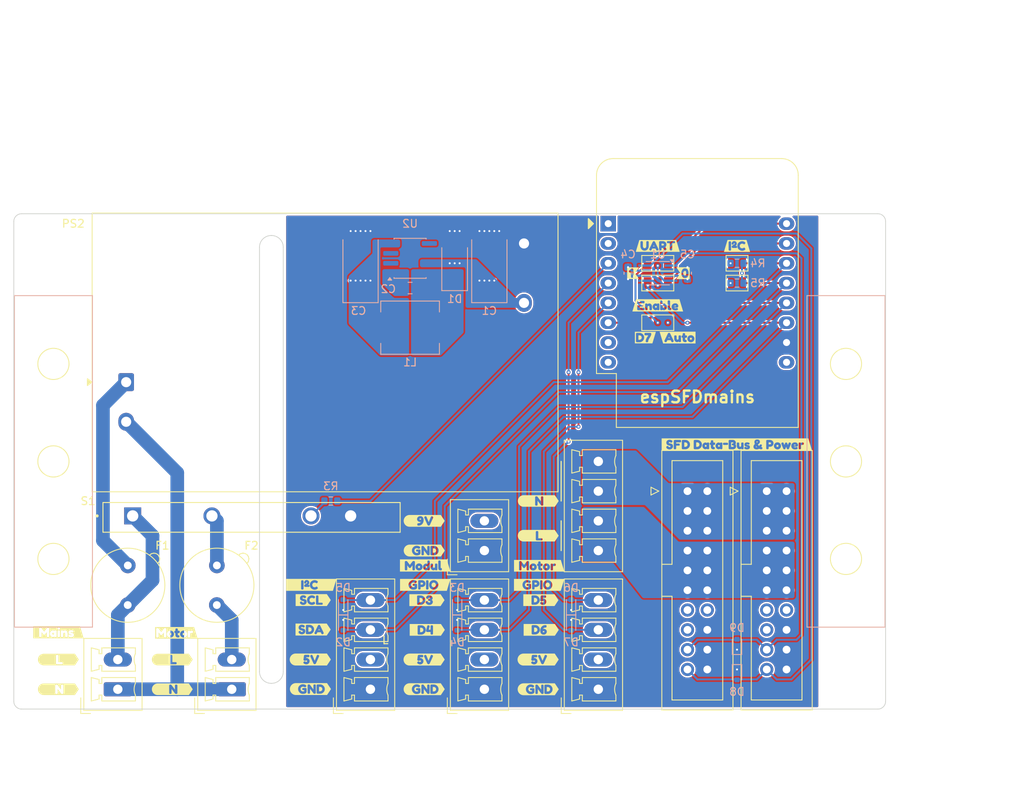
<source format=kicad_pcb>
(kicad_pcb (version 20241229) (generator "pcbnew") (generator_version "9.0")
  (layers (0 "F.Cu" signal) (4 "In1.Cu" signal) (6 "In2.Cu" signal) (2 "B.Cu" signal) (13 "F.Paste" user) (15 "B.Paste" user) (5 "F.SilkS" user "F.Silkscreen") (7 "B.SilkS" user "B.Silkscreen") (1 "F.Mask" user) (3 "B.Mask" user) (25 "Edge.Cuts" user))
  (net 0 "")
  (net 1 "Motor L")
  (net 2 "Motor N")
  (net 3 "RX")
  (net 4 "TX")
  (net 5 "En Motor")
  (net 6 "LINE")
  (net 7 "NEUT")
  (net 8 "230V Motor")
  (net 9 "Net-(S1-+LED)")
  (net 10 "+9V")
  (net 11 "Net-(S1-AC_LOAD2)")
  (net 12 "Enable UART")
  (net 13 "D4{slash}RX1")
  (net 15 "D2{slash}SDA")
  (net 17 "D6")
  (net 18 "D1{slash}SCL")
  (net 19 "TX{slash}TX0")
  (net 20 "D3{slash}TX1")
  (net 21 "D5")
  (net 22 "+3.3V")
  (net 27 "Net-(JP3-A)")
  (net 28 "GND")
  (net 29 "+5V")
  (net 30 "/VSW")
  (net 31 "/CB")
  (net 32 "TX Selected")
  (net 33 "Net-(PS2-AC{slash}L)")
  (net 34 "OE")
  (net 35 "RX Selected")
  (net 36 "Net-(JP4-A)")
  (net 37 "RX{slash}RX0")
  (footprint "MountingEquipment:DINRailAdapter_3xM3_PhoenixContact_1201578" (layer "F.Cu") (at 42.225 123.5 90)
    (property "Reference" "DRA2" (hide yes))
    (property "Value" "DIN_Rail_Adapter")
  )
  (footprint "kibuzzard-6985F567" (layer "F.Cu") (at 119.695 95.8775)
    (property "Reference" "kibuzzard-6985F567" (hide yes))
    (property "Value" "G***" (hide yes))
  )
  (footprint "Connector_Phoenix_MC:PhoenixContact_MCV_1,5_2-G-3.81_1x02_P3.81mm_Vertical" (layer "F.Cu") (at 65.085 152.71 90)
    (property "Reference" "J2" (hide yes))
    (property "Value" "Mains Motor")
  )
  (footprint "kibuzzard-6985EF47" (layer "F.Cu") (at 104.360756 148.901249)
    (property "Reference" "kibuzzard-6985EF47" (hide yes))
    (property "Value" "G***" (hide yes))
  )
  (footprint "Converter_ACDC:Converter_ACDC_Hi-Link_HLK-30Mxx" (layer "F.Cu") (at 51.55 113.34)
    (property "Reference" "PS2")
    (property "Value" "HLK-30M09")
  )
  (footprint "kibuzzard-6985F35C" (layer "F.Cu") (at 75.282016 139.325548)
    (property "Reference" "kibuzzard-6985F35C" (hide yes))
    (property "Value" "G***" (hide yes))
  )
  (footprint "kibuzzard-6985EF3E" (layer "F.Cu") (at 89.756394 152.699204)
    (property "Reference" "kibuzzard-6985EF3E" (hide yes))
    (property "Value" "G***" (hide yes))
  )
  (footprint "Connector_Phoenix_MC:PhoenixContact_MCV_1,5_4-G-3.81_1x04_P3.81mm_Vertical" (layer "F.Cu") (at 112.075 152.71 90)
    (property "Reference" "J4" (hide yes))
    (property "Value" "D5 & D6")
  )
  (footprint "Jumper:SolderJumper-3_P1.3mm_Open_Pad1.0x1.5mm" (layer "F.Cu") (at 119.695 100.64 180)
    (property "Reference" "JP1" (hide yes))
    (property "Value" "RX Select")
  )
  (footprint "Connector_Phoenix_MC:PhoenixContact_MCV_1,5_4-G-3.81_1x04_P3.81mm_Vertical" (layer "F.Cu") (at 82.865 152.71 90)
    (property "Reference" "J10" (hide yes))
    (property "Value" "D1 & D2")
  )
  (footprint "kibuzzard-6985EF47" (layer "F.Cu") (at 75.154884 148.894609)
    (property "Reference" "kibuzzard-6985EF47" (hide yes))
    (property "Value" "G***" (hide yes))
  )
  (footprint "Connector_Phoenix_MC:PhoenixContact_MCV_1,5_4-G-3.81_1x04_P3.81mm_Vertical" (layer "F.Cu") (at 112.075 134.93 90)
    (property "Reference" "J5" (hide yes))
    (property "Value" "Motor")
  )
  (footprint "kibuzzard-6985EF84" (layer "F.Cu") (at 57.465 148.9)
    (property "Reference" "kibuzzard-6985EF84" (hide yes))
    (property "Value" "G***" (hide yes))
  )
  (footprint "kibuzzard-6985F203" (layer "F.Cu") (at 89.755756 131.121249)
    (property "Reference" "kibuzzard-6985F203" (hide yes))
    (property "Value" "G***" (hide yes))
  )
  (footprint "Connector_IDC:IDC-Header_2x10_P2.54mm_Vertical" (layer "F.Cu") (at 133.665 127.31)
    (property "Reference" "J9" (hide yes))
    (property "Value" "SFD Bus")
  )
  (footprint "Jumper:SolderJumper-3_P1.3mm_Open_Pad1.0x1.5mm" (layer "F.Cu") (at 119.695 98.1 180)
    (property "Reference" "JP2" (hide yes))
    (property "Value" "TX Select")
  )
  (footprint "kibuzzard-6985EF3E" (layer "F.Cu") (at 104.371524 152.709333)
    (property "Reference" "kibuzzard-6985EF3E" (hide yes))
    (property "Value" "G***" (hide yes))
  )
  (footprint "kibuzzard-6985F184" (layer "F.Cu") (at 90.107427 141.283886)
    (property "Reference" "kibuzzard-6985F184" (hide yes))
    (property "Value" "G***" (hide yes))
  )
  (footprint "Fuse:Fuseholder_TR5_Littelfuse_No560_No460" (layer "F.Cu") (at 51.75 141.915 90)
    (property "Reference" "F1")
    (property "Value" "1A")
  )
  (footprint "RF_Module:WEMOS_D1_mini_light" (layer "F.Cu") (at 113.345 93.02)
    (property "Reference" "U3" (hide yes))
    (property "Value" "WEMOS_D1_mini")
  )
  (footprint "kibuzzard-6985F4E1" (layer "F.Cu") (at 116.52 99.37)
    (property "Reference" "kibuzzard-6985F4E1" (hide yes))
    (property "Value" "G***" (hide yes))
  )
  (footprint "kibuzzard-6985EF3E" (layer "F.Cu") (at 89.766524 134.929333)
    (property "Reference" "kibuzzard-6985EF3E" (hide yes))
    (property "Value" "G***" (hide yes))
  )
  (footprint "kibuzzard-6985EF47" (layer "F.Cu") (at 89.745626 148.901888)
    (property "Reference" "kibuzzard-6985EF47" (hide yes))
    (property "Value" "G***" (hide yes))
  )
  (footprint "Jumper:SolderJumper-3_P1.3mm_Open_Pad1.0x1.5mm" (layer "F.Cu") (at 119.695 105.72 180)
    (property "Reference" "JP5" (hide yes))
    (property "Value" "RX Select")
  )
  (footprint "kibuzzard-6985F5B0" (layer "F.Cu") (at 119.695 103.4975)
    (property "Reference" "kibuzzard-6985F5B0" (hide yes))
    (property "Value" "G***" (hide yes))
  )
  (footprint "kibuzzard-6985EF3E" (layer "F.Cu") (at 75.173448 152.682535)
    (property "Reference" "kibuzzard-6985EF3E" (hide yes))
    (property "Value" "G***" (hide yes))
  )
  (footprint "MountingEquipment:DINRailAdapter_3xM3_PhoenixContact_1201578" (layer "F.Cu") (at 143.825 123.5 90)
    (property "Reference" "DRA1" (hide yes))
    (property "Value" "DIN_Rail_Adapter")
  )
  (footprint "kibuzzard-6985F3ED" (layer "F.Cu") (at 42.867563 145.398551)
    (property "Reference" "kibuzzard-6985F3ED" (hide yes))
    (property "Value" "G***" (hide yes))
  )
  (footprint "kibuzzard-6985F4F7" (layer "F.Cu") (at 122.932815 99.37)
    (property "Reference" "kibuzzard-6985F4F7" (hide yes))
    (property "Value" "G***" (hide yes))
  )
  (footprint "Fuse:Fuseholder_TR5_Littelfuse_No560_No460" (layer "F.Cu") (at 63.17 141.915 90)
    (property "Reference" "F2")
    (property "Value" "6A")
  )
  (footprint "kibuzzard-6985F291" (layer "F.Cu") (at 104.371524 133.024333)
    (property "Reference" "kibuzzard-6985F291" (hide yes))
    (property "Value" "G***" (hide yes))
  )
  (footprint "kibuzzard-6985EF5B" (layer "F.Cu") (at 42.86 148.9)
    (property "Reference" "kibuzzard-6985EF5B" (hide yes))
    (property "Value" "G***" (hide yes))
  )
  (footprint "kibuzzard-6985F1A9" (layer "F.Cu") (at 75.529369 141.276394)
    (property "Reference" "kibuzzard-6985F1A9" (hide yes))
    (property "Value" "G***" (hide yes))
  )
  (footprint "kibuzzard-6985F19C" (layer "F.Cu") (at 90.149715 145.093886)
    (property "Reference" "kibuzzard-6985F19C" (hide yes))
    (property "Value" "G***" (hide yes))
  )
  (footprint "kibuzzard-6985F37C" (layer "F.Cu") (at 104.492016 139.325548)
    (property "Reference" "kibuzzard-6985F37C" (hide yes))
    (property "Value" "G***" (hide yes))
  )
  (footprint "Connector_Phoenix_MC:PhoenixContact_MCV_1,5_4-G-3.81_1x04_P3.81mm_Vertical" (layer "F.Cu") (at 97.47 152.71 90)
    (property "Reference" "J11" (hide yes))
    (property "Value" "D3 & D4")
  )
  (footprint "kibuzzard-6985F37C" (layer "F.Cu") (at 89.887016 139.325548)
    (property "Reference" "kibuzzard-6985F37C" (hide yes))
    (property "Value" "G***" (hide yes))
  )
  (footprint "Connector_Phoenix_MC:PhoenixContact_MCV_1,5_2-G-3.81_1x02_P3.81mm_Vertical" (layer "F.Cu") (at 50.48 152.71 90)
    (property "Reference" "J1" (hide yes))
    (property "Value" "Mains")
  )
  (footprint "kibuzzard-6985EF62" (layer "F.Cu") (at 42.86 152.71)
    (property "Reference" "kibuzzard-6985EF62" (hide yes))
    (property "Value" "G***" (hide yes))
  )
  (footprint "kibuzzard-6985F3D8" (layer "F.Cu") (at 57.985612 145.478935)
    (property "Reference" "kibuzzard-6985F3D8" (hide yes))
    (property "Value" "G***" (hide yes))
  )
  (footprint "Connector_IDC:IDC-Header_2x10_P2.54mm_Vertical" (layer "F.Cu") (at 123.505 127.31)
    (property "Reference" "J8" (hide yes))
    (property "Value" "SFD Bus")
  )
  (footprint "kibuzzard-6985F472" (layer "F.Cu") (at 129.830198 121.326749)
    (property "Reference" "kibuzzard-6985F472" (hide yes))
    (property "Value" "G***" (hide yes))
  )
  (footprint "kibuzzard-6985F1DD" (layer "F.Cu") (at 104.712427 141.283886)
    (property "Reference" "kibuzzard-6985F1DD" (hide yes))
    (property "Value" "G***" (hide yes))
  )
  (footprint "kibuzzard-6985F394" (layer "F.Cu") (at 89.882358 136.840997)
    (property "Reference" "kibuzzard-6985F394" (hide yes))
    (property "Value" "G***" (hide yes))
  )
  (footprint "kibuzzard-6985EF8A" (layer "F.Cu") (at 57.465 152.71)
    (property "Reference" "kibuzzard-6985EF8A" (hide yes))
    (property "Value" "G***" (hide yes))
  )
  (footprint "lib:CPC40055ST" (layer "F.Cu") (at 67.625 130.674)
    (property "Reference" "S1")
    (property "Value" "CPC40055ST")
  )
  (footprint "kibuzzard-6985F1E4" (layer "F.Cu") (at 104.754715 145.093886)
    (property "Reference" "kibuzzard-6985F1E4" (hide yes))
    (property "Value" "G***" (hide yes))
  )
  (footprint "kibuzzard-6985F70D" (layer "F.Cu") (at 129.855 95.8775)
    (property "Reference" "kibuzzard-6985F70D" (hide yes))
    (property "Value" "G***" (hide yes))
  )
  (footprint "kibuzzard-6985F1B7" (layer "F.Cu") (at 75.516448 145.053132)
    (property "Reference" "kibuzzard-6985F1B7" (hide yes))
    (property "Value" "G***" (hide yes))
  )
  (footprint "kibuzzard-6985F603" (layer "F.Cu") (at 122.235 107.625)
    (property "Reference" "kibuzzard-6985F603" (hide yes))
    (property "Value" "G***" (hide yes))
  )
  (footprint "Jumper:SolderJumper-2_P1.3mm_Open_Pad1.0x1.5mm" (layer "F.Cu") (at 129.855 98.1)
    (property "Reference" "JP3" (hide yes))
    (property "Value" "SolderJumper_2_Open")
  )
  (footprint "kibuzzard-6985F68A" (layer "F.Cu") (at 118.1075 107.625)
    (property "Reference" "kibuzzard-6985F68A" (hide yes))
    (property "Value" "G***" (hide yes))
  )
  (footprint "Connector_Phoenix_MC:PhoenixContact_MCV_1,5_2-G-3.81_1x02_P3.81mm_Vertical" (layer "F.Cu") (at 97.47 134.93 90)
    (property "Reference" "J3" (hide yes))
    (property "Value" "VDD")
  )
  (footprint "kibuzzard-6985F28B" (layer "F.Cu") (at 104.378804 128.573207)
    (property "Reference" "kibuzzard-6985F28B" (hide yes))
    (property "Value" "G***" (hide yes))
  )
  (footprint "Jumper:SolderJumper-2_P1.3mm_Open_Pad1.0x1.5mm" (layer "F.Cu") (at 129.855 100.64)
    (property "Reference" "JP4" (hide yes))
    (property "Value" "SolderJumper_2_Open")
  )
  (footprint "kibuzzard-6985F3A9" (layer "F.Cu") (at 104.493998 136.88066)
    (property "Reference" "kibuzzard-6985F3A9" (hide yes))
    (property "Value" "G***" (hide yes))
  )
  (footprint "Capacitor_SMD:C_0603_1608Metric" (layer "B.Cu") (at 123.505 99.37 -90)
    (property "Reference" "C5")
    (property "Value" "100nF/50V")
  )
  (footprint "Diode_SMD:D_SMA" (layer "B.Cu") (at 93.66 98.1 90)
    (property "Reference" "D1")
    (property "Value" "SS14")
  )
  (footprint "Capacitor_Tantalum_SMD:CP_EIA-7343-43_Kemet-X" (layer "B.Cu") (at 81.595 98.735 90)
    (property "Reference" "C3")
    (property "Value" "68µF/16V")
  )
  (footprint "Diode_SMD:D_SOD-523" (layer "B.Cu") (at 93.9775 141.915 90)
    (property "Reference" "D3")
    (property "Value" "LESD5D5.0CT1G")
  )
  (footprint "Capacitor_Tantalum_SMD:CP_EIA-7343-43_Kemet-X" (layer "B.Cu") (at 98.105 98.735 90)
    (property "Reference" "C1")
    (property "Value" "15µF/50V")
  )
  (footprint "Package_SO:SOIC-8_3.9x4.9mm_P1.27mm" (layer "B.Cu") (at 87.945 97.465)
    (property "Reference" "U2")
    (property "Value" "LM2675N-5")
  )
  (footprint "Inductor_SMD:L_Chilisin_BMRB00060650" (layer "B.Cu") (at 87.945 106.355 180)
    (property "Reference" "L1")
    (property "Value" "33µH")
  )
  (footprint "Diode_SMD:D_SOD-523" (layer "B.Cu") (at 108.5825 144.455 -90)
    (property "Reference" "D7")
    (property "Value" "LESD5D5.0CT1G")
  )
  (footprint "Diode_SMD:D_SOD-523" (layer "B.Cu") (at 129.855 146.995 90)
    (property "Reference" "D9")
    (property "Value" "LESD5D5.0CT1G")
  )
  (footprint "Diode_SMD:D_SOD-523" (layer "B.Cu") (at 79.3725 144.455 -90)
    (property "Reference" "D2")
    (property "Value" "LESD5D5.0CT1G")
  )
  (footprint "Package_SO:SSOP-8_2.95x2.8mm_P0.65mm" (layer "B.Cu") (at 119.695 99.37 180)
    (property "Reference" "U1")
    (property "Value" "TXS0102DCT")
  )
  (footprint "Resistor_SMD:R_0603_1608Metric" (layer "B.Cu") (at 129.855 100.64 180)
    (property "Reference" "R5")
    (property "Value" "4K7")
  )
  (footprint "Capacitor_SMD:C_0805_2012Metric" (layer "B.Cu") (at 87.945 101.275)
    (property "Reference" "C2")
    (property "Value" "10nF/50V")
  )
  (footprint "Resistor_SMD:R_0603_1608Metric" (layer "B.Cu") (at 129.855 98.1 180)
    (property "Reference" "R4")
    (property "Value" "4K7")
  )
  (footprint "Capacitor_SMD:C_0603_1608Metric" (layer "B.Cu") (at 115.885 99.37 90)
    (property "Reference" "C4")
    (property "Value" "100nF/50V")
  )
  (footprint "Diode_SMD:D_SOD-523" (layer "B.Cu") (at 108.5825 141.915 90)
    (property "Reference" "D6")
    (property "Value" "LESD5D5.0CT1G")
  )
  (footprint "Diode_SMD:D_SOD-523" (layer "B.Cu") (at 129.855 150.805 -90)
    (property "Reference" "D8")
    (property "Value" "LESD5D5.0CT1G")
  )
  (footprint "Resistor_SMD:R_0603_1608Metric" (layer "B.Cu") (at 77.785 128.58 180)
    (property "Reference" "R3")
    (property "Value" "100R")
  )
  (footprint "Diode_SMD:D_SOD-523" (layer "B.Cu") (at 79.3725 141.915 90)
    (property "Reference" "D5")
    (property "Value" "LESD5D5.0CT1G")
  )
  (footprint "Diode_SMD:D_SOD-523" (layer "B.Cu") (at 93.9775 144.455 -90)
    (property "Reference" "D4")
    (property "Value" "LESD5D5.0CT1G")
  )
  (gr_line (start 107.3125 123.5) (end 107.3125 128.573207) (stroke (width 0.15)) (layer "F.SilkS"))
  (gr_line (start 107.3125 131.12) (end 107.3125 134.93) (stroke (width 0.15)) (layer "F.SilkS"))
  (gr_line (start 71.689 96.044) (end 71.689 150.448) (stroke (width 0.1)) (layer "Edge.Cuts"))
  (gr_line (start 148.905 92.75) (end 148.905 154.25) (stroke (width 0.1)) (layer "Edge.Cuts"))
  (gr_line (start 68.641 150.448) (end 68.641 96.044) (stroke (width 0.1)) (layer "Edge.Cuts"))
  (gr_arc (start 37.145 92.75) (mid 37.437893 92.042893) (end 38.145 91.75) (stroke (width 0.1)) (layer "Edge.Cuts"))
  (gr_line (start 70.141 94.544) (end 70.189 94.544) (stroke (width 0.1)) (layer "Edge.Cuts"))
  (gr_arc (start 70.189 94.544) (mid 71.24966 94.98334) (end 71.689 96.044) (stroke (width 0.1)) (layer "Edge.Cuts"))
  (gr_arc (start 70.141 151.948) (mid 69.08034 151.50866) (end 68.641 150.448) (stroke (width 0.1)) (layer "Edge.Cuts"))
  (gr_arc (start 38.145 155.25) (mid 37.437893 154.957107) (end 37.145 154.25) (stroke (width 0.1)) (layer "Edge.Cuts"))
  (gr_line (start 147.905 155.25) (end 38.145 155.25) (stroke (width 0.1)) (layer "Edge.Cuts"))
  (gr_line (start 70.189 151.948) (end 70.141 151.948) (stroke (width 0.1)) (layer "Edge.Cuts"))
  (gr_line (start 37.145 154.25) (end 37.145 92.75) (stroke (width 0.1)) (layer "Edge.Cuts"))
  (gr_arc (start 71.689 150.448) (mid 71.24966 151.50866) (end 70.189 151.948) (stroke (width 0.1)) (layer "Edge.Cuts"))
  (gr_arc (start 147.905 91.75) (mid 148.612107 92.042893) (end 148.905 92.75) (stroke (width 0.1)) (layer "Edge.Cuts"))
  (gr_arc (start 148.905 154.25) (mid 148.612107 154.957107) (end 147.905 155.25) (stroke (width 0.1)) (layer "Edge.Cuts"))
  (gr_arc (start 68.641 96.044) (mid 69.08034 94.98334) (end 70.141 94.544) (stroke (width 0.1)) (layer "Edge.Cuts"))
  (gr_line (start 38.145 91.75) (end 147.905 91.75) (stroke (width 0.1)) (layer "Edge.Cuts"))
  (gr_text "L" (at 84.77 146.995 0) (layer "F.SilkS") (effects (font (size 1 1)) (justify bottom)))
  (gr_text "espSFDmains" (at 124.775 115.245 0) (layer "F.SilkS") (effects (font (size 1.5 1.5) (thickness 0.3) (bold yes))))
  (segment (start 133.665 150.17) (end 132.395 151.44) (width 0.25) (layer "B.Cu") (net 3))
  (segment (start 122.87 94.29) (end 118.765 98.395) (width 0.25) (layer "B.Cu") (net 3))
  (segment (start 137.475 94.29) (end 122.87 94.29) (width 0.25) (layer "B.Cu") (net 3))
  (segment (start 124.775 151.44) (end 123.505 150.17) (width 0.25) (layer "B.Cu") (net 3))
  (segment (start 136.84 151.44) (end 139.38 148.9) (width 0.25) (layer "B.Cu") (net 3))
  (segment (start 132.395 151.44) (end 124.775 151.44) (width 0.25) (layer "B.Cu") (net 3))
  (segment (start 118.765 98.395) (end 117.995 98.395) (width 0.25) (layer "B.Cu") (net 3))
  (segment (start 134.935 151.44) (end 136.84 151.44) (width 0.25) (layer "B.Cu") (net 3))
  (segment (start 139.38 148.9) (end 139.38 96.195) (width 0.25) (layer "B.Cu") (net 3))
  (segment (start 139.38 96.195) (end 137.475 94.29) (width 0.25) (layer "B.Cu") (net 3))
  (segment (start 133.665 150.17) (end 134.935 151.44) (width 0.25) (layer "B.Cu") (net 3))
  (segment (start 138.11 97.465) (end 138.11 145.725) (width 0.25) (layer "B.Cu") (net 4))
  (segment (start 121.94 98.395) (end 123.505 96.83) (width 0.25) (layer "B.Cu") (net 4))
  (segment (start 137.475 96.83) (end 138.11 97.465) (width 0.25) (layer "B.Cu") (net 4))
  (segment (start 121.395 98.395) (end 121.94 98.395) (width 0.25) (layer "B.Cu") (net 4))
  (segment (start 124.775 146.36) (end 123.505 147.63) (width 0.25) (layer "B.Cu") (net 4))
  (segment (start 134.935 146.36) (end 133.665 147.63) (width 0.25) (layer "B.Cu") (net 4))
  (segment (start 132.395 146.36) (end 124.775 146.36) (width 0.25) (layer "B.Cu") (net 4))
  (segment (start 123.505 96.83) (end 137.475 96.83) (width 0.25) (layer "B.Cu") (net 4))
  (segment (start 138.11 145.725) (end 137.475 146.36) (width 0.25) (layer "B.Cu") (net 4))
  (segment (start 137.475 146.36) (end 134.935 146.36) (width 0.25) (layer "B.Cu") (net 4))
  (segment (start 133.665 147.63) (end 132.395 146.36) (width 0.25) (layer "B.Cu") (net 4))
  (segment (start 82.865 128.58) (end 78.61 128.58) (width 0.25) (layer "B.Cu") (net 5))
  (segment (start 113.345 98.1) (end 82.865 128.58) (width 0.25) (layer "B.Cu") (net 5))
  (segment (start 54.925 138.74) (end 51.75 141.915) (width 1.75) (layer "B.Cu") (net 6))
  (segment (start 54.925 133.025) (end 54.925 138.74) (width 1.75) (layer "B.Cu") (net 6))
  (segment (start 50.48 143.185) (end 51.75 141.915) (width 1.75) (layer "B.Cu") (net 6))
  (segment (start 54.925 133.025) (end 52.385 130.485) (width 1.75) (layer "B.Cu") (net 6))
  (segment (start 50.48 148.9) (end 50.48 143.185) (width 1.75) (layer "B.Cu") (net 6))
  (segment (start 58.1 152.71) (end 65.085 152.71) (width 1.75) (layer "B.Cu") (net 7))
  (segment (start 50.48 152.71) (end 58.1 152.71) (width 1.75) (layer "B.Cu") (net 7))
  (segment (start 58.1 124.97) (end 51.55 118.42) (width 1.75) (layer "B.Cu") (net 7))
  (segment (start 58.1 152.71) (end 58.1 124.97) (width 1.75) (layer "B.Cu") (net 7))
  (segment (start 65.085 143.83) (end 63.17 141.915) (width 1.75) (layer "B.Cu") (net 8))
  (segment (start 65.085 148.9) (end 65.085 143.83) (width 1.75) (layer "B.Cu") (net 8))
  (segment (start 75.245 130.485) (end 76.96 128.77) (width 0.25) (layer "B.Cu") (net 9))
  (segment (start 76.96 128.77) (end 76.96 128.58) (width 0.25) (layer "B.Cu") (net 9))
  (via (at 98.105 100.3225) (size 0.5) (drill 0.25) (layers "F.Cu" "B.Cu") (remove_unused_layers yes) (zone_layer_connections "In1.Cu" "B.Cu") (net 10))
  (via (at 96.835 100.3225) (size 0.5) (drill 0.25) (layers "F.Cu" "B.Cu") (remove_unused_layers yes) (zone_layer_connections "In1.Cu" "B.Cu") (net 10))
  (via (at 93.025 98.1) (size 0.5) (drill 0.25) (layers "F.Cu" "B.Cu") (remove_unused_layers yes) (zone_layer_connections "In1.Cu" "B.Cu") (net 10))
  (via (at 93.66 98.1) (size 0.5) (drill 0.25) (layers "F.Cu" "B.Cu") (remove_unused_layers yes) (zone_layer_connections "In1.Cu" "B.Cu") (net 10))
  (via (at 98.74 100.3225) (size 0.5) (drill 0.25) (layers "F.Cu" "B.Cu") (remove_unused_layers yes) (zone_layer_connections "In1.Cu" "B.Cu") (net 10))
  (via (at 94.295 98.1) (size 0.5) (drill 0.25) (layers "F.Cu" "B.Cu") (remove_unused_layers yes) (zone_layer_connections "In1.Cu" "B.Cu") (net 10))
  (via (at 97.47 100.3225) (size 0.5) (drill 0.25) (layers "F.Cu" "B.Cu") (remove_unused_layers yes) (zone_layer_connections "In1.Cu" "B.Cu") (net 10))
  (segment (start 63.18 131.12) (end 62.545 130.485) (width 1.75) (layer "B.Cu") (net 11))
  (segment (start 63.18 136.835) (end 63.18 131.12) (width 1.75) (layer "B.Cu") (net 11))
  (segment (start 118.395 105.72) (end 113.345 105.72) (width 0.25) (layer "F.Cu") (net 12))
  (segment (start 118.395 100.64) (end 118.425 100.67) (width 0.25) (layer "F.Cu") (net 13))
  (segment (start 123.505 105.72) (end 136.205 105.72) (width 0.25) (layer "F.Cu") (net 13))
  (via (at 123.505 105.72) (size 0.5) (drill 0.25) (layers "F.Cu" "B.Cu") (net 13))
  (via (at 118.425 100.9575) (size 0.5) (drill 0.25) (layers "F.Cu" "B.Cu") (net 13))
  (segment (start 94.0425 145.09) (end 93.9775 145.155) (width 0.25) (layer "B.Cu") (net 13))
  (segment (start 118.425 101.275) (end 118.425 100.9575) (width 0.25) (layer "B.Cu") (net 13))
  (segment (start 124.14 117.785) (end 107.63 117.785) (width 0.25) (layer "B.Cu") (net 13))
  (segment (start 136.205 105.72) (end 124.14 117.785) (width 0.25) (layer "B.Cu") (net 13))
  (segment (start 103.185 142.55) (end 100.645 145.09) (width 0.25) (layer "B.Cu") (net 13))
  (segment (start 122.87 105.72) (end 118.425 101.275) (width 0.25) (layer "B.Cu") (net 13))
  (segment (start 123.505 105.72) (end 122.87 105.72) (width 0.25) (layer "B.Cu") (net 13))
  (segment (start 103.185 122.23) (end 103.185 142.55) (width 0.25) (layer "B.Cu") (net 13))
  (segment (start 97.47 145.09) (end 94.0425 145.09) (width 0.25) (layer "B.Cu") (net 13))
  (segment (start 107.63 117.785) (end 103.185 122.23) (width 0.25) (layer "B.Cu") (net 13))
  (segment (start 100.645 145.09) (end 97.47 145.09) (width 0.25) (layer "B.Cu") (net 13))
  (segment (start 136.205 100.64) (end 130.505 100.64) (width 0.25) (layer "F.Cu") (net 15))
  (segment (start 122.235 114.61) (end 106.995 114.61) (width 0.25) (layer "B.Cu") (net 15))
  (segment (start 136.205 100.65) (end 136.205 100.64) (width 0.25) (layer "B.Cu") (net 15))
  (segment (start 86.04 145.09) (end 82.865 145.09) (width 0.25) (layer "B.Cu") (net 15))
  (segment (start 92.39 129.215) (end 92.39 138.74) (width 0.25) (layer "B.Cu") (net 15))
  (segment (start 106.995 114.61) (end 92.39 129.215) (width 0.25) (layer "B.Cu") (net 15))
  (segment (start 136.205 100.64) (end 122.235 114.61) (width 0.25) (layer "B.Cu") (net 15))
  (segment (start 82.865 145.09) (end 79.4375 145.09) (width 0.25) (layer "B.Cu") (net 15))
  (segment (start 92.39 138.74) (end 86.04 145.09) (width 0.25) (layer "B.Cu") (net 15))
  (segment (start 79.4375 145.09) (end 79.3725 145.155) (width 0.25) (layer "B.Cu") (net 15))
  (segment (start 109.535 112.07) (end 109.535 119.055) (width 0.25) (layer "F.Cu") (net 17))
  (via (at 109.535 119.055) (size 0.5) (drill 0.25) (layers "F.Cu" "B.Cu") (net 17))
  (via (at 109.535 112.07) (size 0.5) (drill 0.25) (layers "F.Cu" "B.Cu") (net 17))
  (segment (start 107.63 145.09) (end 112.075 145.09) (width 0.25) (layer "B.Cu") (net 17))
  (segment (start 105.09 122.23) (end 105.09 142.55) (width 0.25) (layer "B.Cu") (net 17))
  (segment (start 113.345 103.18) (end 109.535 106.99) (width 0.25) (layer "B.Cu") (net 17))
  (segment (start 108.265 119.055) (end 105.09 122.23) (width 0.25) (layer "B.Cu") (net 17))
  (segment (start 109.535 119.055) (end 108.265 119.055) (width 0.25) (layer "B.Cu") (net 17))
  (segment (start 105.09 142.55) (end 107.63 145.09) (width 0.25) (layer "B.Cu") (net 17))
  (segment (start 109.535 106.99) (end 109.535 112.07) (width 0.25) (layer "B.Cu") (net 17))
  (segment (start 136.205 98.1) (end 130.505 98.1) (width 0.25) (layer "F.Cu") (net 18))
  (segment (start 106.36 113.34) (end 91.12 128.58) (width 0.25) (layer "B.Cu") (net 18))
  (segment (start 120.965 113.34) (end 106.36 113.34) (width 0.25) (layer "B.Cu") (net 18))
  (segment (start 136.205 98.1) (end 120.965 113.34) (width 0.25) (layer "B.Cu") (net 18))
  (segment (start 86.04 141.28) (end 82.865 141.28) (width 0.25) (layer "B.Cu") (net 18))
  (segment (start 82.865 141.28) (end 79.4375 141.28) (width 0.25) (layer "B.Cu") (net 18))
  (segment (start 79.4375 141.28) (end 79.3725 141.215) (width 0.25) (layer "B.Cu") (net 18))
  (segment (start 91.12 136.2) (end 86.04 141.28) (width 0.25) (layer "B.Cu") (net 18))
  (segment (start 91.12 128.58) (end 91.12 136.2) (width 0.25) (layer "B.Cu") (net 18))
  (segment (start 136.205 93.02) (end 126.045 93.02) (width 0.25) (layer "F.Cu") (net 19))
  (segment (start 126.045 93.02) (end 120.995 98.07) (width 0.25) (layer "F.Cu") (net 19))
  (segment (start 120.995 98.07) (end 120.995 98.1) (width 0.25) (layer "F.Cu") (net 19))
  (segment (start 136.205 103.18) (end 117.155 103.18) (width 0.25) (layer "F.Cu") (net 20))
  (segment (start 116.8375 99.6575) (end 118.395 98.1) (width 0.25) (layer "F.Cu") (net 20))
  (segment (start 117.155 103.18) (end 116.8375 102.8625) (width 0.25) (layer "F.Cu") (net 20))
  (segment (start 116.8375 102.8625) (end 116.8375 99.6575) (width 0.25) (layer "F.Cu") (net 20))
  (segment (start 97.47 141.28) (end 94.295 141.28) (width 0.25) (layer "B.Cu") (net 20))
  (segment (start 136.205 103.18) (end 122.87 116.515) (width 0.25) (layer "B.Cu") (net 20))
  (segment (start 94.23 141.215) (end 93.9775 141.215) (width 0.25) (layer "B.Cu") (net 20))
  (segment (start 101.915 121.595) (end 101.915 140.01) (width 0.25) (layer "B.Cu") (net 20))
  (segment (start 101.915 140.01) (end 100.645 141.28) (width 0.25) (layer "B.Cu") (net 20))
  (segment (start 94.295 141.28) (end 94.23 141.215) (width 0.25) (layer "B.Cu") (net 20))
  (segment (start 106.995 116.515) (end 101.915 121.595) (width 0.25) (layer "B.Cu") (net 20))
  (segment (start 100.645 141.28) (end 97.47 141.28) (width 0.25) (layer "B.Cu") (net 20))
  (segment (start 122.87 116.515) (end 106.995 116.515) (width 0.25) (layer "B.Cu") (net 20))
  (segment (start 108.265 112.07) (end 108.265 120.96) (width 0.25) (layer "F.Cu") (net 21))
  (via (at 108.265 112.07) (size 0.5) (drill 0.25) (layers "F.Cu" "B.Cu") (net 21))
  (via (at 108.265 120.96) (size 0.5) (drill 0.25) (layers "F.Cu" "B.Cu") (net 21))
  (segment (start 113.345 100.64) (end 108.265 105.72) (width 0.25) (layer "B.Cu") (net 21))
  (segment (start 108.265 120.96) (end 106.36 122.865) (width 0.25) (layer "B.Cu") (net 21))
  (segment (start 107.63 141.28) (end 112.075 141.28) (width 0.25) (layer "B.Cu") (net 21))
  (segment (start 106.36 140.01) (end 107.63 141.28) (width 0.25) (layer "B.Cu") (net 21))
  (segment (start 106.36 122.865) (end 106.36 140.01) (width 0.25) (layer "B.Cu") (net 21))
  (segment (start 108.265 105.72) (end 108.265 112.07) (width 0.25) (layer "B.Cu") (net 21))
  (via (at 130.49 99.37) (size 0.5) (drill 0.25) (layers "F.Cu" "B.Cu") (remove_unused_layers yes) (zone_layer_connections "In1.Cu") (net 22))
  (via (at 120.995 105.72) (size 0.5) (drill 0.25) (layers "F.Cu" "B.Cu") (net 22))
  (via (at 123.505 100.145) (size 0.5) (drill 0.25) (layers "F.Cu" "B.Cu") (net 22))
  (segment (start 130.49 98.29) (end 130.68 98.1) (width 0.25) (layer "B.Cu") (net 22))
  (segment (start 123.505 100.145) (end 123.645 100.005) (width 0.25) (layer "B.Cu") (net 22))
  (segment (start 123.505 100.145) (end 123.645 100.145) (width 0.25) (layer "B.Cu") (net 22))
  (segment (start 130.49 100.45) (end 130.68 100.64) (width 0.25) (layer "B.Cu") (net 22))
  (segment (start 121.395 99.695) (end 123.055 99.695) (width 0.25) (layer "B.Cu") (net 22))
  (segment (start 130.49 99.37) (end 130.49 98.29) (width 0.25) (layer "B.Cu") (net 22))
  (segment (start 123.055 99.695) (end 123.505 100.145) (width 0.25) (layer "B.Cu") (net 22))
  (segment (start 130.49 99.37) (end 130.49 100.45) (width 0.25) (layer "B.Cu") (net 22))
  (via (at 129.03 98.1) (size 0.5) (drill 0.25) (layers "F.Cu" "B.Cu") (net 27))
  (via (at 108.5825 142.55) (size 0.5) (drill 0.25) (layers "F.Cu" "B.Cu") (remove_unused_layers yes) (zone_layer_connections "F.Cu" "B.Cu") (net 28))
  (via (at 97.47 93.9725) (size 0.5) (drill 0.25) (layers "F.Cu" "B.Cu") (remove_unused_layers yes) (zone_layer_connections "F.Cu" "B.Cu") (net 28))
  (via (at 82.23 93.9725) (size 0.5) (drill 0.25) (layers "F.Cu" "B.Cu") (remove_unused_layers yes) (zone_layer_connections "F.Cu" "B.Cu") (net 28))
  (via (at 93.9775 143.82) (size 0.5) (drill 0.25) (layers "F.Cu" "B.Cu") (remove_unused_layers yes) (zone_layer_connections "F.Cu" "B.Cu") (net 28))
  (via (at 93.025 93.9725) (size 0.5) (drill 0.25) (layers "F.Cu" "B.Cu") (remove_unused_layers yes) (zone_layer_connections "F.Cu" "B.Cu") (net 28))
  (via (at 108.5825 143.82) (size 0.5) (drill 0.25) (layers "F.Cu" "B.Cu") (remove_unused_layers yes) (zone_layer_connections "F.Cu" "B.Cu") (net 28))
  (via (at 93.66 93.9725) (size 0.5) (drill 0.25) (layers "F.Cu" "B.Cu") (remove_unused_layers yes) (zone_layer_connections "F.Cu" "B.Cu") (net 28))
  (via (at 129.855 147.63) (size 0.5) (drill 0.25) (layers "F.Cu" "B.Cu") (net 28))
  (via (at 98.74 93.9725) (size 0.5) (drill 0.25) (layers "F.Cu" "B.Cu") (remove_unused_layers yes) (zone_layer_connections "F.Cu" "B.Cu") (net 28))
  (via (at 94.295 93.9725) (size 0.5) (drill 0.25) (layers "F.Cu" "B.Cu") (remove_unused_layers yes) (zone_layer_connections "F.Cu" "B.Cu") (net 28))
  (via (at 96.835 93.9725) (size 0.5) (drill 0.25) (layers "F.Cu" "B.Cu") (remove_unused_layers yes) (zone_layer_connections "F.Cu" "B.Cu") (net 28))
  (via (at 123.505 98.595) (size 0.5) (drill 0.25) (layers "F.Cu" "B.Cu") (net 28))
  (via (at 115.885 100.145) (size 0.5) (drill 0.25) (layers "F.Cu" "B.Cu") (net 28))
  (via (at 80.96 93.9725) (size 0.5) (drill 0.25) (layers "F.Cu" "B.Cu") (remove_unused_layers yes) (zone_layer_connections "F.Cu" "B.Cu") (net 28))
  (via (at 79.3725 143.82) (size 0.5) (drill 0.25) (layers "F.Cu" "B.Cu") (remove_unused_layers yes) (zone_layer_connections "F.Cu" "B.Cu") (net 28))
  (via (at 79.3725 142.55) (size 0.5) (drill 0.25) (layers "F.Cu" "B.Cu") (remove_unused_layers yes) (zone_layer_connections "F.Cu" "B.Cu") (net 28))
  (via (at 82.865 93.9725) (size 0.5) (drill 0.25) (layers "F.Cu" "B.Cu") (remove_unused_layers yes) (zone_layer_connections "F.Cu" "B.Cu") (net 28))
  (via (at 80.325 93.9725) (size 0.5) (drill 0.25) (layers "F.Cu" "B.Cu") (remove_unused_layers yes) (zone_layer_connections "F.Cu" "B.Cu") (net 28))
  (via (at 98.105 93.9725) (size 0.5) (drill 0.25) (layers "F.Cu" "B.Cu") (remove_unused_layers yes) (zone_layer_connections "F.Cu" "B.Cu") (net 28))
  (via (at 81.595 93.9725) (size 0.5) (drill 0.25) (layers "F.Cu" "B.Cu") (remove_unused_layers yes) (zone_layer_connections "F.Cu" "B.Cu") (net 28))
  (via (at 99.375 93.9725) (size 0.5) (drill 0.25) (layers "F.Cu" "B.Cu") (remove_unused_layers yes) (zone_layer_connections "F.Cu" "B.Cu") (net 28))
  (via (at 129.855 150.17) (size 0.5) (drill 0.25) (layers "F.Cu" "B.Cu") (net 28))
  (via (at 93.9775 142.55) (size 0.5) (drill 0.25) (layers "F.Cu" "B.Cu") (remove_unused_layers yes) (zone_layer_connections "F.Cu" "B.Cu") (net 28))
  (segment (start 121.395 99.045) (end 123.055 99.045) (width 0.25) (layer "B.Cu") (net 28))
  (segment (start 123.055 99.045) (end 123.505 98.595) (width 0.25) (layer "B.Cu") (net 28))
  (segment (start 115.745 100.005) (end 115.885 100.145) (width 0.25) (layer "B.Cu") (net 28))
  (via (at 115.885 98.595) (size 0.5) (drill 0.25) (layers "F.Cu" "B.Cu") (net 29))
  (via (at 81.595 100.3225) (size 0.5) (drill 0.25) (layers "F.Cu" "B.Cu") (remove_unused_layers yes) (zone_layer_connections "In2.Cu" "B.Cu") (net 29))
  (via (at 80.325 100.3225) (size 0.5) (drill 0.25) (layers "F.Cu" "B.Cu") (remove_unused_layers yes) (zone_layer_connections "In2.Cu" "B.Cu") (net 29))
  (via (at 80.96 100.3225) (size 0.5) (drill 0.25) (layers "F.Cu" "B.Cu") (remove_unused_layers yes) (zone_layer_connections "In2.Cu" "B.Cu") (net 29))
  (via (at 82.23 100.3225) (size 0.5) (drill 0.25) (layers "F.Cu" "B.Cu") (remove_unused_layers yes) (zone_layer_connections "In2.Cu" "B.Cu") (net 29))
  (via (at 82.865 100.3225) (size 0.5) (drill 0.25) (layers "F.Cu" "B.Cu") (remove_unused_layers yes) (zone_layer_connections "In2.Cu" "B.Cu") (net 29))
  (segment (start 117.995 99.045) (end 116.335 99.045) (width 0.25) (layer "B.Cu") (net 29))
  (segment (start 116.335 99.045) (end 115.885 98.595) (width 0.25) (layer "B.Cu") (net 29))
  (segment (start 115.745 98.735) (end 115.885 98.595) (width 0.25) (layer "B.Cu") (net 29))
  (via (at 119.695 98.4175) (size 0.5) (drill 0.25) (layers "F.Cu" "B.Cu") (net 32))
  (segment (start 121.395 100.345) (end 120.543 100.345) (width 0.25) (layer "B.Cu") (net 32))
  (segment (start 119.695 99.497) (end 119.695 98.4175) (width 0.25) (layer "B.Cu") (net 32))
  (segment (start 120.543 100.345) (end 119.695 99.497) (width 0.25) (layer "B.Cu") (net 32))
  (segment (start 51.76 136.835) (end 48.575 133.65) (width 1.75) (layer "B.Cu") (net 33))
  (segment (start 48.575 116.315) (end 51.55 113.34) (width 1.75) (layer "B.Cu") (net 33))
  (segment (start 48.575 133.65) (end 48.575 116.315) (width 1.75) (layer "B.Cu") (net 33))
  (via (at 119.695 105.72) (size 0.5) (drill 0.25) (layers "F.Cu" "B.Cu") (net 34))
  (segment (start 116.8375 102.8625) (end 116.8375 99.8025) (width 0.25) (layer "B.Cu") (net 34))
  (segment (start 116.945 99.695) (end 117.995 99.695) (width 0.25) (layer "B.Cu") (net 34))
  (segment (start 119.695 105.72) (end 116.8375 102.8625) (width 0.25) (layer "B.Cu") (net 34))
  (segment (start 116.8375 99.8025) (end 116.945 99.695) (width 0.25) (layer "B.Cu") (net 34))
  (via (at 119.695 100.9575) (size 0.5) (drill 0.25) (layers "F.Cu" "B.Cu") (net 35))
  (segment (start 119.0825 100.345) (end 119.695 100.9575) (width 0.25) (layer "B.Cu") (net 35))
  (segment (start 117.995 100.345) (end 119.0825 100.345) (width 0.25) (layer "B.Cu") (net 35))
  (via (at 129.03 100.64) (size 0.5) (drill 0.25) (layers "F.Cu" "B.Cu") (net 36))
  (segment (start 122.5525 98.4175) (end 125.41 95.56) (width 0.25) (layer "F.Cu") (net 37))
  (segment (start 120.995 100.61) (end 120.995 100.64) (width 0.25) (layer "F.Cu") (net 37))
  (segment (start 136.205 95.56) (end 126.045 95.56) (width 0.25) (layer "F.Cu") (net 37))
  (segment (start 122.5525 99.0525) (end 120.995 100.61) (width 0.25) (layer "F.Cu") (net 37))
  (segment (start 122.5525 99.0525) (end 122.5525 98.4175) (width 0.25) (layer "F.Cu") (net 37))
  (segment (start 125.41 95.56) (end 126.045 95.56) (width 0.25) (layer "F.Cu") (net 37))
  (zone (net 28) (net_name "GND") (layers "F.Cu" "B.Cu") (connect_pads yes (clearance 0.2)) (min_thickness 0.25) (fill yes (thermal_gap 0.5) (thermal_bridge_width 0.5) (smoothing fillet) (radius 0.25))
    (polygon (pts (xy 140.269 91.75) (xy 72.07 91.75) (xy 72.07 155.25) (xy 140.269 155.25)))
  )
  (zone (net 31) (net_name "/CB") (layer "B.Cu") (priority 2) (connect_pads yes (clearance 0.2)) (min_thickness 0.25) (fill yes (thermal_gap 0.5) (thermal_bridge_width 0.5) (smoothing fillet) (radius 0.25))
    (polygon (pts (xy 87.818 102.291) (xy 87.818 98.862) (xy 84.389 98.862) (xy 84.389 100.767) (xy 85.913 102.291)))
  )
  (zone (net 30) (net_name "/VSW") (layer "B.Cu") (priority 6) (connect_pads yes (clearance 0.2)) (min_thickness 0.25) (fill yes (thermal_gap 0.5) (thermal_bridge_width 0.5) (smoothing fillet) (radius 0.25))
    (polygon (pts (xy 94.803 98.862) (xy 88.072 98.862) (xy 88.072 109.911) (xy 91.882 109.911) (xy 94.803 106.99)))
  )
  (zone (net 10) (net_name "+9V") (layer "B.Cu") (priority 5) (connect_pads yes (clearance 0.2)) (min_thickness 0.25) (fill yes (thermal_gap 0.5) (thermal_bridge_width 0.5) (smoothing fillet) (radius 0.25))
    (polygon (pts (xy 89.215 97.592) (xy 89.215 98.608) (xy 95.057 98.608) (xy 95.057 103.815) (xy 102.55 103.815) (xy 102.55 102.545) (xy 101.407 102.545) (xy 96.454 97.592)))
  )
  (zone (net 1) (net_name "Motor L") (layer "B.Cu") (priority 7) (connect_pads yes (clearance 0.2)) (min_thickness 0.25) (fill yes (thermal_gap 0.5) (thermal_bridge_width 0.5) (smoothing fillet) (radius 0.25))
    (polygon (pts (xy 137.221 133.787) (xy 122.362 133.787) (xy 117.917 129.342) (xy 110.043 129.342) (xy 110.043 136.327) (xy 114.107 136.327) (xy 117.79 141.026) (xy 137.221 141.026)))
  )
  (zone (net 29) (net_name "+5V") (layer "B.Cu") (priority 1) (connect_pads yes (clearance 0.2)) (min_thickness 0.25) (fill yes (thermal_gap 0.5) (thermal_bridge_width 0.5) (smoothing fillet) (radius 0.25))
    (polygon (pts (xy 87.818 109.911) (xy 84.135 109.911) (xy 80.071 105.847) (xy 80.071 99.751) (xy 83.119 96.83) (xy 83.119 95.687) (xy 83.119 95.052) (xy 86.675 95.052) (xy 86.675 96.068) (xy 84.4525 96.068) (xy 84.135 96.068) (xy 84.135 100.767) (xy 85.913 102.545) (xy 87.818 102.545)))
  )
  (zone (net 2) (net_name "Motor N") (layer "B.Cu") (priority 3) (connect_pads yes (clearance 0.2)) (min_thickness 0.25) (fill yes (thermal_gap 0.5) (thermal_bridge_width 0.5) (smoothing fillet) (radius 0.25))
    (polygon (pts (xy 137.221 133.533) (xy 137.221 126.294) (xy 121.092 126.294) (xy 116.901 122.103) (xy 110.043 122.103) (xy 110.043 129.088) (xy 118.044 129.088) (xy 122.489 133.533)))
  )
)
</source>
